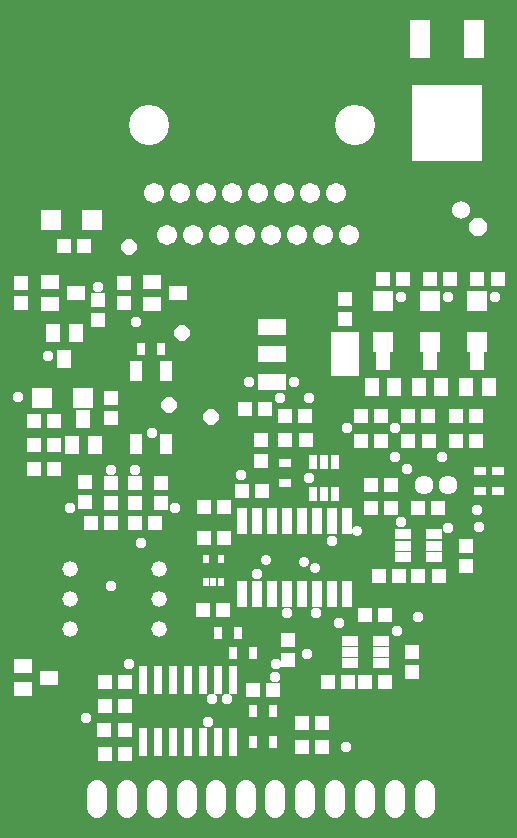
<source format=gts>
G04 EAGLE Gerber RS-274X export*
G75*
%MOMM*%
%FSLAX34Y34*%
%LPD*%
%INSoldermask Top*%
%IPNEG*%
%AMOC8*
5,1,8,0,0,1.08239X$1,22.5*%
G01*
%ADD10R,1.703200X1.703200*%
%ADD11C,1.320800*%
%ADD12R,1.303200X1.203200*%
%ADD13R,1.203200X1.303200*%
%ADD14R,0.803200X1.003200*%
%ADD15R,1.003200X0.803200*%
%ADD16R,0.803200X2.403200*%
%ADD17R,0.863600X2.235200*%
%ADD18R,1.423200X0.823200*%
%ADD19R,1.203200X1.603200*%
%ADD20R,1.603200X1.203200*%
%ADD21R,2.438400X1.422400*%
%ADD22R,2.403200X3.803200*%
%ADD23C,1.611200*%
%ADD24C,1.711200*%
%ADD25R,0.753200X1.203200*%
%ADD26R,1.803200X3.203200*%
%ADD27R,6.003200X6.403200*%
%ADD28P,1.649562X8X337.500000*%
%ADD29C,1.524000*%
%ADD30R,0.623200X0.803200*%
%ADD31R,1.003200X1.703200*%
%ADD32C,1.711200*%
%ADD33C,3.403200*%
%ADD34P,1.417498X8X22.500000*%
%ADD35C,0.959600*%
%ADD36C,0.909600*%


D10*
X375065Y427500D03*
X375065Y462500D03*
D11*
X145000Y184600D03*
X145000Y210000D03*
X145000Y235400D03*
D12*
X182700Y200800D03*
X199700Y200800D03*
X215600Y301300D03*
X232600Y301300D03*
X320000Y196100D03*
X337000Y196100D03*
X364900Y286600D03*
X381900Y286600D03*
D13*
X232000Y327100D03*
X232000Y344100D03*
D12*
X142300Y274600D03*
X125300Y274600D03*
D13*
X302719Y463670D03*
X302719Y446670D03*
D12*
X235552Y370493D03*
X218552Y370493D03*
D14*
X195500Y181100D03*
X212500Y181100D03*
X208100Y164200D03*
X225100Y164200D03*
X241900Y89000D03*
X224900Y89000D03*
X241800Y115000D03*
X224800Y115000D03*
D15*
X252398Y307731D03*
X252398Y324731D03*
D16*
X195400Y141000D03*
X195400Y89000D03*
X208100Y141000D03*
X182700Y141000D03*
X170000Y141000D03*
X208100Y89000D03*
X182700Y89000D03*
X170000Y89000D03*
X144600Y141000D03*
X144600Y89000D03*
X157300Y141000D03*
X131900Y141000D03*
X157300Y89000D03*
X131900Y89000D03*
D17*
X215550Y214266D03*
X215550Y275734D03*
X228250Y214266D03*
X240950Y214266D03*
X228250Y275734D03*
X240950Y275734D03*
X253650Y214266D03*
X253650Y275734D03*
X266350Y214266D03*
X266350Y275734D03*
X279050Y214266D03*
X291750Y214266D03*
X279050Y275734D03*
X291750Y275734D03*
X304450Y214266D03*
X304450Y275734D03*
D18*
X307000Y174500D03*
X307000Y165000D03*
X307000Y155500D03*
X333000Y155500D03*
X333000Y165000D03*
X333000Y174500D03*
X352000Y264500D03*
X352000Y255000D03*
X352000Y245500D03*
X378000Y245500D03*
X378000Y255000D03*
X378000Y264500D03*
D10*
X53769Y530993D03*
X88769Y530993D03*
D19*
X65347Y413286D03*
X55847Y435286D03*
X74847Y435286D03*
D20*
X161647Y469186D03*
X139647Y459686D03*
X139647Y478686D03*
X74847Y469186D03*
X52847Y459686D03*
X52847Y478686D03*
D19*
X415065Y411000D03*
X424565Y389000D03*
X405565Y389000D03*
X375065Y411000D03*
X384565Y389000D03*
X365565Y389000D03*
X335065Y411000D03*
X344565Y389000D03*
X325565Y389000D03*
X81387Y362620D03*
X90887Y340620D03*
X71887Y340620D03*
D20*
X52550Y143300D03*
X30550Y133800D03*
X30550Y152800D03*
D13*
X116268Y119278D03*
X99268Y119278D03*
D12*
X28847Y460686D03*
X28847Y477686D03*
X93847Y445686D03*
X93847Y462686D03*
X115647Y477686D03*
X115647Y460686D03*
D13*
X252400Y364700D03*
X269400Y364700D03*
X269500Y344100D03*
X252500Y344100D03*
X325200Y286500D03*
X342200Y286500D03*
X342200Y306800D03*
X325200Y306800D03*
D12*
X405000Y237900D03*
X405000Y254900D03*
D13*
X365100Y229300D03*
X382100Y229300D03*
X99268Y139778D03*
X116268Y139778D03*
X348500Y229300D03*
X331500Y229300D03*
X356500Y365000D03*
X373500Y365000D03*
X316500Y365000D03*
X333500Y365000D03*
X396500Y365000D03*
X413500Y365000D03*
X396500Y344000D03*
X413500Y344000D03*
X316500Y344000D03*
X333500Y344000D03*
X356600Y344000D03*
X373600Y344000D03*
X335165Y480600D03*
X352165Y480600D03*
X375065Y480600D03*
X392065Y480600D03*
X415065Y480600D03*
X432065Y480600D03*
D12*
X146856Y291452D03*
X146856Y308452D03*
D13*
X56687Y320070D03*
X39687Y320070D03*
X56687Y340570D03*
X39687Y340570D03*
X39687Y360970D03*
X56687Y360970D03*
D12*
X125300Y291500D03*
X125300Y308500D03*
D13*
X82174Y508990D03*
X65174Y508990D03*
D12*
X82796Y291703D03*
X82796Y308703D03*
X255000Y175000D03*
X255000Y158000D03*
D13*
X266500Y105000D03*
X283500Y105000D03*
D12*
X359900Y148100D03*
X359900Y165100D03*
D13*
X320000Y140000D03*
X337000Y140000D03*
X305300Y140000D03*
X288300Y140000D03*
D10*
X81487Y380170D03*
X46487Y380170D03*
X335065Y427500D03*
X335065Y462500D03*
D11*
X70000Y184600D03*
X70000Y210000D03*
X70000Y235400D03*
D10*
X415065Y427500D03*
X415065Y462500D03*
D21*
X240909Y440176D03*
X240909Y417062D03*
X240909Y393948D03*
D22*
X302887Y417062D03*
D23*
X370000Y306800D03*
X390000Y306800D03*
D24*
X143948Y48062D02*
X143948Y32982D01*
X169348Y32982D02*
X169348Y48062D01*
X193948Y48062D02*
X193948Y32982D01*
X219348Y32982D02*
X219348Y48062D01*
X243948Y48062D02*
X243948Y32982D01*
X269348Y32982D02*
X269348Y48062D01*
D12*
X88000Y274500D03*
X105000Y274500D03*
X105000Y291500D03*
X105000Y308500D03*
D15*
X417500Y318500D03*
X417500Y301500D03*
X432500Y318500D03*
X432500Y301500D03*
D24*
X92843Y48062D02*
X92843Y32982D01*
X118243Y32982D02*
X118243Y48062D01*
D25*
X285000Y326000D03*
X294500Y326000D03*
X275500Y326000D03*
X275500Y299000D03*
X294500Y299000D03*
X285000Y299000D03*
D13*
X283561Y84667D03*
X266561Y84667D03*
X242031Y132625D03*
X225031Y132625D03*
D26*
X412253Y684353D03*
X366553Y684353D03*
D27*
X389403Y612553D03*
D28*
X415884Y524498D03*
D29*
X401516Y538867D03*
D24*
X294748Y48062D02*
X294748Y32982D01*
X320148Y32982D02*
X320148Y48062D01*
D30*
X184965Y224335D03*
X191465Y224335D03*
X197965Y224335D03*
X184965Y243335D03*
X197965Y243335D03*
D31*
X125943Y340696D03*
X151343Y340696D03*
X151343Y402496D03*
X125943Y402496D03*
D12*
X104797Y363238D03*
X104797Y380238D03*
D14*
X130384Y421726D03*
X147384Y421726D03*
D32*
X152586Y518403D03*
X174586Y518403D03*
X196586Y518403D03*
X218586Y518403D03*
X240586Y518403D03*
X262586Y518403D03*
X284586Y518403D03*
X306586Y518403D03*
X141586Y553403D03*
X163586Y553403D03*
X185586Y553403D03*
X207586Y553403D03*
X229586Y553403D03*
X251586Y553403D03*
X273586Y553403D03*
X295586Y553403D03*
D33*
X311586Y611403D03*
X136586Y611403D03*
D24*
X345420Y48062D02*
X345420Y32982D01*
X370820Y32982D02*
X370820Y48062D01*
D13*
X116257Y98961D03*
X99257Y98961D03*
X99342Y78746D03*
X116342Y78746D03*
D12*
X200392Y261876D03*
X183392Y261876D03*
D13*
X200110Y287838D03*
X183110Y287838D03*
D34*
X153939Y374191D03*
X164766Y434667D03*
X189464Y364210D03*
X119599Y508000D03*
D35*
X104766Y221080D03*
X125266Y319043D03*
X104966Y319043D03*
X385000Y330000D03*
X190000Y125000D03*
X51112Y415343D03*
X228299Y230969D03*
X355000Y320000D03*
X350000Y275000D03*
X365000Y195000D03*
X244145Y154812D03*
X69816Y287337D03*
X83929Y108944D03*
X415000Y285000D03*
X214633Y314623D03*
X93847Y474186D03*
X350065Y465600D03*
X390065Y465600D03*
X430065Y465600D03*
X26017Y381266D03*
X305000Y355000D03*
X345000Y355000D03*
X272500Y312500D03*
X304072Y84413D03*
X158760Y286818D03*
X297900Y189800D03*
X139391Y350508D03*
X221500Y394000D03*
X260000Y394000D03*
X272000Y380000D03*
X248000Y380000D03*
X390000Y270000D03*
X345000Y330000D03*
X202900Y124900D03*
D36*
X313055Y267632D03*
X277699Y235998D03*
D35*
X278100Y198400D03*
X270897Y162999D03*
X346600Y183000D03*
X253900Y198400D03*
X129900Y257700D03*
X120000Y155000D03*
X243378Y144024D03*
X291660Y259299D03*
X125647Y444186D03*
X416007Y271129D03*
X186500Y105700D03*
D36*
X236322Y242581D03*
X268125Y240805D03*
M02*

</source>
